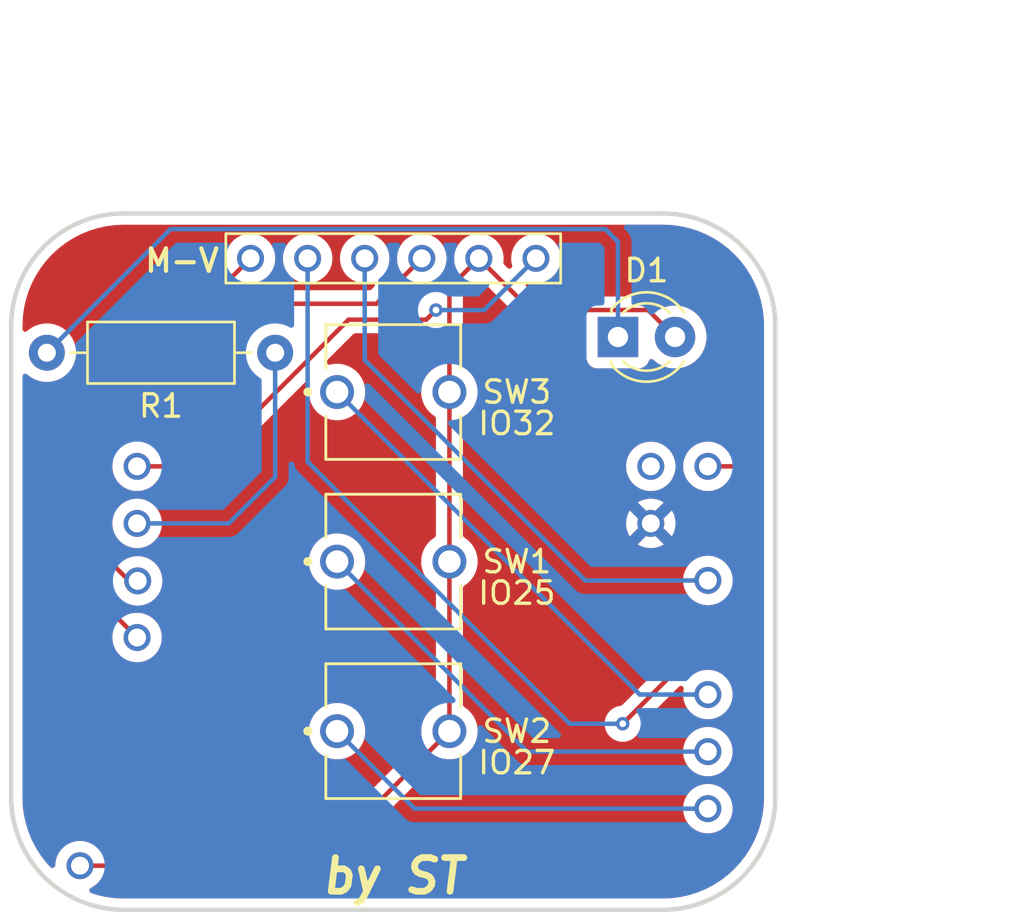
<source format=kicad_pcb>
(kicad_pcb (version 20241229) (generator "pcbnew") (generator_version "9.0")
  (layers (0 "F.Cu" signal) (2 "B.Cu" signal) (13 "F.Paste" user) (15 "B.Paste" user) (5 "F.SilkS" user "F.Silkscreen") (7 "B.SilkS" user "B.Silkscreen") (1 "F.Mask" user) (3 "B.Mask" user) (25 "Edge.Cuts" user))
  (net 0 "")
  (net 1 "Net-(D1-K)")
  (net 2 "Net-(D1-A)")
  (net 3 "Net-(U3-IO5)")
  (net 4 "Net-(U3-IO25)")
  (net 5 "Net-(U3-IO27)")
  (net 6 "Net-(U3-IO32)")
  (net 7 "Net-(U1-SCK)")
  (net 8 "Net-(U1-MOSI)")
  (net 9 "Net-(U1-Vcc)")
  (net 10 "Net-(U1-SS)")
  (net 11 "Net-(U1-MISO)")
  (net 12 "GND")
  (net 13 "+5V")
  (footprint "BUTT-2:SW_BUTT-2" (layer "F.Cu") (at 49.600847 52.349766)
    (property "Reference" "SW2" (at 5.5 0 0) (layer "F.SilkS"))
    (property "Value" "IO27" (at 5.5 1.4 0) (layer "F.SilkS"))
    (fp_line (start -3 -3) (end 3 -3) (stroke (width 0.127)) (layer "F.SilkS") (net 698251752))
    (fp_line (start -3 -1.075) (end -3 -3) (stroke (width 0.127)) (layer "F.SilkS") (net 698251752))
    (fp_line (start -3 3) (end -3 1.075) (stroke (width 0.127)) (layer "F.SilkS") (net 698251752))
    (fp_line (start 3 -3) (end 3 -1.075) (stroke (width 0.127)) (layer "F.SilkS") (net 698251752))
    (fp_line (start 3 1.075) (end 3 3) (stroke (width 0.127)) (layer "F.SilkS") (net 698251752))
    (fp_line (start 3 3) (end -3 3) (stroke (width 0.127)) (layer "F.SilkS") (net 698251752))
    (fp_circle (center -3.8 0) (end -3.7 0) (stroke (width 0.2)) (fill no) (layer "F.SilkS") (net 698251752))
    (pad "1" thru_hole circle (at -2.5 0) (size 1.508 1.508) (drill 1) (layers "*.Cu" "*.Mask") (net 5 "Net-(U3-IO27)"))
    (pad "2" thru_hole circle (at 2.5 0) (size 1.508 1.508) (drill 1) (layers "*.Cu" "*.Mask") (net 2 "Net-(D1-A)"))
  )
  (footprint "Resistor_THT:R_Axial_DIN0207_L6.3mm_D2.5mm_P10.16mm_Horizontal" (layer "F.Cu") (at 44.345847 35.500914 180)
    (property "Reference" "R1" (at 5.08 -2.37 0) (layer "F.SilkS"))
    (property "Value" "220")
    (fp_line (start 9.12 0) (end 8.35 0) (stroke (width 0.12)) (layer "F.SilkS") (net 698251752))
    (fp_line (start 8.35 1.37) (end 8.35 -1.37) (stroke (width 0.12)) (layer "F.SilkS") (net 698251752))
    (fp_line (start 8.35 -1.37) (end 1.81 -1.37) (stroke (width 0.12)) (layer "F.SilkS") (net 698251752))
    (fp_line (start 1.81 1.37) (end 8.35 1.37) (stroke (width 0.12)) (layer "F.SilkS") (net 698251752))
    (fp_line (start 1.81 -1.37) (end 1.81 1.37) (stroke (width 0.12)) (layer "F.SilkS") (net 698251752))
    (fp_line (start 1.04 0) (end 1.81 0) (stroke (width 0.12)) (layer "F.SilkS") (net 698251752))
    (pad "1" thru_hole circle (at 0 0 180) (size 1.6 1.6) (drill 0.8) (layers "*.Cu" "*.Mask") (net 3 "Net-(U3-IO5)"))
    (pad "2" thru_hole oval (at 10.16 0 180) (size 1.6 1.6) (drill 0.8) (layers "*.Cu" "*.Mask") (net 1 "Net-(D1-K)"))
  )
  (footprint "BUTT-2:SW_BUTT-2" (layer "F.Cu") (at 49.600847 44.799766)
    (property "Reference" "SW1" (at 5.5 0 0) (layer "F.SilkS"))
    (property "Value" "IO25" (at 5.5 1.4 0) (layer "F.SilkS"))
    (fp_line (start -3 -3) (end 3 -3) (stroke (width 0.127)) (layer "F.SilkS") (net 698251752))
    (fp_line (start -3 -1.075) (end -3 -3) (stroke (width 0.127)) (layer "F.SilkS") (net 698251752))
    (fp_line (start -3 3) (end -3 1.075) (stroke (width 0.127)) (layer "F.SilkS") (net 698251752))
    (fp_line (start 3 -3) (end 3 -1.075) (stroke (width 0.127)) (layer "F.SilkS") (net 698251752))
    (fp_line (start 3 1.075) (end 3 3) (stroke (width 0.127)) (layer "F.SilkS") (net 698251752))
    (fp_line (start 3 3) (end -3 3) (stroke (width 0.127)) (layer "F.SilkS") (net 698251752))
    (fp_circle (center -3.8 0) (end -3.7 0) (stroke (width 0.2)) (fill no) (layer "F.SilkS") (net 698251752))
    (pad "1" thru_hole circle (at -2.5 0) (size 1.508 1.508) (drill 1) (layers "*.Cu" "*.Mask") (net 4 "Net-(U3-IO25)"))
    (pad "2" thru_hole circle (at 2.5 0) (size 1.508 1.508) (drill 1) (layers "*.Cu" "*.Mask") (net 2 "Net-(D1-A)"))
  )
  (footprint "mp3_player_footprints:wemos_d1_mini" (layer "F.Cu") (at 50.266694 50.084532 180)
    (property "Reference" "U3" (hide yes))
    (property "Value" "~" (hide yes))
    (pad "1" thru_hole circle (at 12.065 6.985 180) (size 1.2 1.2) (drill 0.8) (layers "*.Cu" "*.Mask") (net 3 "Net-(U3-IO5)"))
    (pad "2" thru_hole circle (at 12.03809 4.42588 180) (size 1.2 1.2) (drill 0.8) (layers "*.Cu" "*.Mask") (net 8 "Net-(U1-MOSI)"))
    (pad "3" thru_hole circle (at 12.065 1.905 180) (size 1.2 1.2) (drill 0.8) (layers "*.Cu" "*.Mask") (net 11 "Net-(U1-MISO)"))
    (pad "4" thru_hole circle (at -13.335 9.525 180) (size 1.2 1.2) (drill 0.8) (layers "*.Cu" "*.Mask") (net 7 "Net-(U1-SCK)"))
    (pad "5" thru_hole circle (at -13.335 4.445 180) (size 1.2 1.2) (drill 0.8) (layers "*.Cu" "*.Mask") (net 10 "Net-(U1-SS)"))
    (pad "6" thru_hole circle (at -13.335 -3.175 180) (size 1.2 1.2) (drill 0.8) (layers "*.Cu" "*.Mask") (net 4 "Net-(U3-IO25)"))
    (pad "7" thru_hole circle (at -13.335 -5.715 180) (size 1.2 1.2) (drill 0.8) (layers "*.Cu" "*.Mask") (net 5 "Net-(U3-IO27)"))
    (pad "8" thru_hole circle (at -13.335 -0.635 180) (size 1.2 1.2) (drill 0.8) (layers "*.Cu" "*.Mask") (net 6 "Net-(U3-IO32)"))
    (pad "9" thru_hole circle (at 12.065 9.525 180) (size 1.2 1.2) (drill 0.8) (layers "*.Cu" "*.Mask") (net 9 "Net-(U1-Vcc)"))
    (pad "10" thru_hole circle (at -10.795 9.525 180) (size 1.2 1.2) (drill 0.8) (layers "*.Cu" "*.Mask") (net 13 "+5V"))
    (pad "11" thru_hole circle (at 14.605 -8.255 180) (size 1.2 1.2) (drill 0.8) (layers "*.Cu" "*.Mask") (net 2 "Net-(D1-A)"))
    (pad "12" thru_hole circle (at -10.795 6.985 180) (size 1.2 1.2) (drill 0.8) (layers "*.Cu" "*.Mask") (net 12 "GND"))
  )
  (footprint "mp3_player_footprints:through_hole_01x06_2.54mm" (layer "F.Cu") (at 49.600847 31.299766)
    (property "Reference" "U1" (hide yes))
    (property "Value" "~")
    (fp_line (start -7.45 -1.1) (end 7.45 -1.1) (stroke (width 0.12)) (layer "F.SilkS") (net 698251752))
    (fp_line (start -7.45 1.1) (end -7.45 -1.1) (stroke (width 0.12)) (layer "F.SilkS") (net 698251752))
    (fp_line (start 7.45 -1.1) (end 7.45 1.1) (stroke (width 0.12)) (layer "F.SilkS") (net 698251752))
    (fp_line (start 7.45 1.1) (end -7.45 1.1) (stroke (width 0.12)) (layer "F.SilkS") (net 698251752))
    (pad "1" thru_hole circle (at -6.35 0) (size 1.2 1.2) (drill 0.8) (layers "*.Cu" "*.Mask") (net 11 "Net-(U1-MISO)"))
    (pad "2" thru_hole circle (at -3.81 0) (size 1.2 1.2) (drill 0.8) (layers "*.Cu" "*.Mask") (net 7 "Net-(U1-SCK)"))
    (pad "3" thru_hole circle (at -1.27 0) (size 1.2 1.2) (drill 0.8) (layers "*.Cu" "*.Mask") (net 10 "Net-(U1-SS)"))
    (pad "4" thru_hole circle (at 1.27 0) (size 1.2 1.2) (drill 0.8) (layers "*.Cu" "*.Mask") (net 8 "Net-(U1-MOSI)"))
    (pad "5" thru_hole circle (at 3.81 0) (size 1.2 1.2) (drill 0.8) (layers "*.Cu" "*.Mask") (net 2 "Net-(D1-A)"))
    (pad "6" thru_hole circle (at 6.35 0) (size 1.2 1.2) (drill 0.8) (layers "*.Cu" "*.Mask") (net 9 "Net-(U1-Vcc)"))
  )
  (footprint "LED_THT:LED_D3.0mm" (layer "F.Cu") (at 59.600847 34.799766)
    (property "Reference" "D1" (at 1.27 -2.96 0) (layer "F.SilkS"))
    (property "Value" "LED")
    (fp_line (start -0.29 -1.236) (end -0.29 -1.08) (stroke (width 0.12)) (layer "F.SilkS") (net 698251752))
    (fp_line (start -0.29 1.08) (end -0.29 1.236) (stroke (width 0.12)) (layer "F.SilkS") (net 698251752))
    (fp_arc (start -0.29 -1.235516) (mid 1.365624 -1.987701) (end 2.941397 -1.080061) (stroke (width 0.12)) (layer "F.SilkS") (net 698251752))
    (fp_arc (start 0.229039 -1.08) (mid 1.269964 -1.5) (end 2.31091 -1.080049) (stroke (width 0.12)) (layer "F.SilkS") (net 698251752))
    (fp_arc (start 2.31091 1.080049) (mid 1.269964 1.5) (end 0.229039 1.08) (stroke (width 0.12)) (layer "F.SilkS") (net 698251752))
    (fp_arc (start 2.941397 1.080061) (mid 1.365624 1.987701) (end -0.29 1.235516) (stroke (width 0.12)) (layer "F.SilkS") (net 698251752))
    (pad "1" thru_hole rect (at 0 0) (size 1.8 1.8) (drill 0.9) (layers "*.Cu" "*.Mask") (net 1 "Net-(D1-K)"))
    (pad "2" thru_hole circle (at 2.54 0) (size 1.8 1.8) (drill 0.9) (layers "*.Cu" "*.Mask") (net 2 "Net-(D1-A)"))
  )
  (footprint "BUTT-2:SW_BUTT-2" (layer "F.Cu") (at 49.600847 37.249766)
    (property "Reference" "SW3" (at 5.5 0 0) (layer "F.SilkS"))
    (property "Value" "IO32" (at 5.5 1.4 0) (layer "F.SilkS"))
    (fp_line (start -3 -3) (end 3 -3) (stroke (width 0.127)) (layer "F.SilkS") (net 698251752))
    (fp_line (start -3 -1.075) (end -3 -3) (stroke (width 0.127)) (layer "F.SilkS") (net 698251752))
    (fp_line (start -3 3) (end -3 1.075) (stroke (width 0.127)) (layer "F.SilkS") (net 698251752))
    (fp_line (start 3 -3) (end 3 -1.075) (stroke (width 0.127)) (layer "F.SilkS") (net 698251752))
    (fp_line (start 3 1.075) (end 3 3) (stroke (width 0.127)) (layer "F.SilkS") (net 698251752))
    (fp_line (start 3 3) (end -3 3) (stroke (width 0.127)) (layer "F.SilkS") (net 698251752))
    (fp_circle (center -3.8 0) (end -3.7 0) (stroke (width 0.2)) (fill no) (layer "F.SilkS") (net 698251752))
    (pad "1" thru_hole circle (at -2.5 0) (size 1.508 1.508) (drill 1) (layers "*.Cu" "*.Mask") (net 6 "Net-(U3-IO32)"))
    (pad "2" thru_hole circle (at 2.5 0) (size 1.508 1.508) (drill 1) (layers "*.Cu" "*.Mask") (net 2 "Net-(D1-A)"))
  )
  (gr_line (start 37.600847 29.299766) (end 61.600847 29.299766) (stroke (width 0.2)) (layer "Edge.Cuts"))
  (gr_arc (start 66.600847 55.299766) (mid 65.136381 58.8353) (end 61.600847 60.299766) (stroke (width 0.2)) (layer "Edge.Cuts"))
  (gr_arc (start 61.600847 29.299766) (mid 65.136381 30.764232) (end 66.600847 34.299766) (stroke (width 0.2)) (layer "Edge.Cuts"))
  (gr_arc (start 32.600847 34.299766) (mid 34.065313 30.764232) (end 37.600847 29.299766) (stroke (width 0.2)) (layer "Edge.Cuts"))
  (gr_arc (start 37.600847 60.299766) (mid 34.065313 58.8353) (end 32.600847 55.299766) (stroke (width 0.2)) (layer "Edge.Cuts"))
  (gr_line (start 61.600847 60.299766) (end 37.600847 60.299766) (stroke (width 0.2)) (layer "Edge.Cuts"))
  (gr_line (start 32.600847 55.299766) (end 32.600847 34.299766) (stroke (width 0.2)) (layer "Edge.Cuts"))
  (gr_line (start 66.600847 34.299766) (end 66.600847 55.299766) (stroke (width 0.2)) (layer "Edge.Cuts"))
  (gr_text "by ST" (at 49.600847 58.799766 0) (layer "F.SilkS") (effects (font (size 1.5 1.5) (thickness 0.3) (bold yes) (italic yes))))
  (gr_text "M-V" (at 40.201694 31.399532 0) (layer "F.SilkS") (effects (font (size 1 1) (thickness 0.1875))))
  (segment (start 39.688995 29.997766) (end 59.037318 29.997766) (width 0.2) (layer "B.Cu") (net 1))
  (segment (start 59.600847 30.561295) (end 59.600847 34.799766) (width 0.2) (layer "B.Cu") (net 1))
  (segment (start 59.037318 29.997766) (end 59.600847 30.561295) (width 0.2) (layer "B.Cu") (net 1))
  (segment (start 34.185847 35.500914) (end 39.688995 29.997766) (width 0.2) (layer "B.Cu") (net 1))
  (segment (start 46.111081 58.339532) (end 52.100847 52.349766) (width 0.2) (layer "F.Cu") (net 2))
  (segment (start 60.939847 33.598766) (end 55.709847 33.598766) (width 0.2) (layer "F.Cu") (net 2))
  (segment (start 52.100847 37.249766) (end 52.100847 32.609766) (width 0.2) (layer "F.Cu") (net 2))
  (segment (start 52.100847 32.609766) (end 53.410847 31.299766) (width 0.2) (layer "F.Cu") (net 2))
  (segment (start 55.709847 33.598766) (end 53.410847 31.299766) (width 0.2) (layer "F.Cu") (net 2))
  (segment (start 35.661694 58.339532) (end 46.111081 58.339532) (width 0.2) (layer "F.Cu") (net 2))
  (segment (start 52.100847 44.799766) (end 52.100847 52.349766) (width 0.2) (layer "F.Cu") (net 2))
  (segment (start 52.100847 37.249766) (end 52.100847 44.799766) (width 0.2) (layer "F.Cu") (net 2))
  (segment (start 62.140847 34.799766) (end 60.939847 33.598766) (width 0.2) (layer "F.Cu") (net 2))
  (segment (start 38.201694 43.099532) (end 42.280848 43.099532) (width 0.2) (layer "B.Cu") (net 3))
  (segment (start 44.345847 41.034533) (end 44.345847 35.500914) (width 0.2) (layer "B.Cu") (net 3))
  (segment (start 42.280848 43.099532) (end 44.345847 41.034533) (width 0.2) (layer "B.Cu") (net 3))
  (segment (start 55.560613 53.259532) (end 63.601694 53.259532) (width 0.2) (layer "B.Cu") (net 4))
  (segment (start 47.100847 44.799766) (end 55.560613 53.259532) (width 0.2) (layer "B.Cu") (net 4))
  (segment (start 50.550613 55.799532) (end 63.601694 55.799532) (width 0.2) (layer "B.Cu") (net 5))
  (segment (start 47.100847 52.349766) (end 50.550613 55.799532) (width 0.2) (layer "B.Cu") (net 5))
  (segment (start 47.100847 37.249766) (end 60.570613 50.719532) (width 0.2) (layer "B.Cu") (net 6))
  (segment (start 47.100847 37.249766) (end 47.111271 37.26019) (width 0.2) (layer "B.Cu") (net 6))
  (segment (start 60.570613 50.719532) (end 63.601694 50.719532) (width 0.2) (layer "B.Cu") (net 6))
  (segment (start 47.111271 37.26019) (end 47.602352 37.26019) (width 0.2) (layer "B.Cu") (net 6))
  (segment (start 65.411694 40.559532) (end 63.601694 40.559532) (width 0.2) (layer "F.Cu") (net 7))
  (segment (start 65.441271 40.589109) (end 65.411694 40.559532) (width 0.2) (layer "F.Cu") (net 7))
  (segment (start 59.811271 52.019109) (end 65.441271 46.389109) (width 0.2) (layer "F.Cu") (net 7))
  (segment (start 65.441271 46.389109) (end 65.441271 40.589109) (width 0.2) (layer "F.Cu") (net 7))
  (via (at 59.811271 52.019109) (size 0.6) (drill 0.3) (layers "F.Cu" "B.Cu") (net 7))
  (segment (start 57.455442 52.019109) (end 59.811271 52.019109) (width 0.2) (layer "B.Cu") (net 7))
  (segment (start 45.790847 40.354514) (end 57.455442 52.019109) (width 0.2) (layer "B.Cu") (net 7))
  (segment (start 45.790847 31.299766) (end 45.790847 40.354514) (width 0.2) (layer "B.Cu") (net 7))
  (segment (start 35.581271 40.719109) (end 42.981271 33.319109) (width 0.2) (layer "F.Cu") (net 8))
  (segment (start 38.228604 45.658652) (end 37.850814 45.658652) (width 0.2) (layer "F.Cu") (net 8))
  (segment (start 35.581271 43.389109) (end 35.581271 40.719109) (width 0.2) (layer "F.Cu") (net 8))
  (segment (start 42.981271 33.319109) (end 48.851504 33.319109) (width 0.2) (layer "F.Cu") (net 8))
  (segment (start 48.851504 33.319109) (end 50.870847 31.299766) (width 0.2) (layer "F.Cu") (net 8))
  (segment (start 37.850814 45.658652) (end 35.581271 43.389109) (width 0.2) (layer "F.Cu") (net 8))
  (segment (start 51.07127 34.029109) (end 47.613711 34.029109) (width 0.2) (layer "F.Cu") (net 9))
  (segment (start 51.500847 33.599532) (end 51.07127 34.029109) (width 0.2) (layer "F.Cu") (net 9))
  (segment (start 41.083288 40.559532) (end 38.201694 40.559532) (width 0.2) (layer "F.Cu") (net 9))
  (segment (start 47.613711 34.029109) (end 41.083288 40.559532) (width 0.2) (layer "F.Cu") (net 9))
  (via (at 51.500847 33.599532) (size 0.6) (drill 0.3) (layers "F.Cu" "B.Cu") (net 9))
  (segment (start 53.651081 33.599532) (end 55.950847 31.299766) (width 0.2) (layer "B.Cu") (net 9))
  (segment (start 51.500847 33.599532) (end 53.651081 33.599532) (width 0.2) (layer "B.Cu") (net 9))
  (segment (start 58.141694 45.639532) (end 48.330847 35.828685) (width 0.2) (layer "B.Cu") (net 10))
  (segment (start 48.330847 35.828685) (end 48.330847 31.299766) (width 0.2) (layer "B.Cu") (net 10))
  (segment (start 63.601694 45.639532) (end 58.141694 45.639532) (width 0.2) (layer "B.Cu") (net 10))
  (segment (start 38.201694 48.179532) (end 34.241271 44.219109) (width 0.2) (layer "F.Cu") (net 11))
  (segment (start 34.241271 44.219109) (end 34.241271 40.309342) (width 0.2) (layer "F.Cu") (net 11))
  (segment (start 34.241271 40.309342) (end 43.250847 31.299766) (width 0.2) (layer "F.Cu") (net 11))
  (zone (net 12) (net_name "GND") (layers "F.Cu" "B.Cu") (connect_pads (clearance 0.5)) (min_thickness 0.25) (fill yes (thermal_gap 0.5) (thermal_bridge_width 0.5))
    (polygon (pts (xy 32.601694 29.299532) (xy 67.601694 29.049532) (xy 67.351694 60.799532) (xy 32.601694 60.799532) (xy 32.101694 29.299532)))
  )
)
</source>
